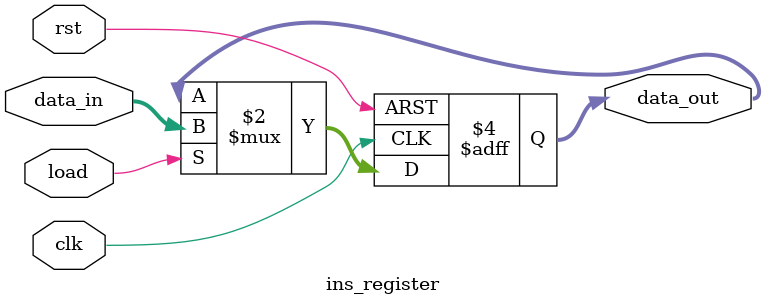
<source format=v>
`timescale 1ns / 1ps


// =============================================================
// Module: Instruction Register (IR)
// Function: Stores commands that have just been loaded from Memory.
// Characteristics: Register synchronizes with clk and reset signals.
// =============================================================
module ins_register (
    input wire clk, // input clock signal
    input wire rst, // input reset signal
    input wire load, // input load condition
    input wire [7:0] data_in, // data input
    output reg [7:0] data_out // data output
);
    // When clock and reset signal is positive, program start
    always @(posedge clk or posedge rst) begin
        // If reset signal == 1, data output = 0
        if (rst)
            data_out <= 8'b0;
        // If not reset and has load, data output = data input
        else if (load)
            data_out <= data_in;
    end

endmodule
</source>
